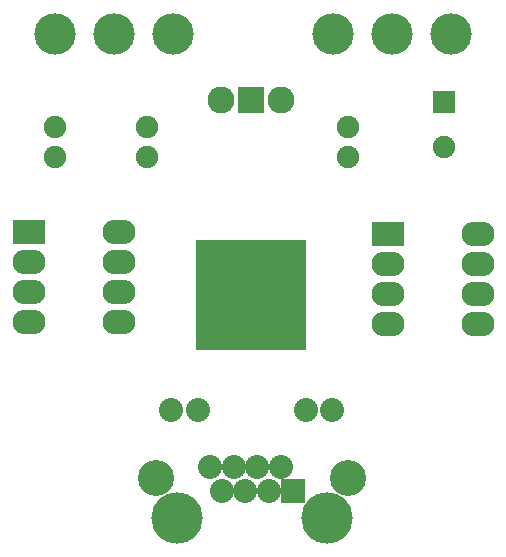
<source format=gbs>
G04 (created by PCBNEW (2013-07-07 BZR 4022)-stable) date 2014-10-22 23:03:19*
%MOIN*%
G04 Gerber Fmt 3.4, Leading zero omitted, Abs format*
%FSLAX34Y34*%
G01*
G70*
G90*
G04 APERTURE LIST*
%ADD10C,0.00393701*%
%ADD11C,0.13811*%
%ADD12C,0.075*%
%ADD13R,0.11X0.082*%
%ADD14O,0.11X0.082*%
%ADD15R,0.37X0.37*%
%ADD16C,0.09*%
%ADD17R,0.09X0.09*%
%ADD18C,0.1716*%
%ADD19C,0.08*%
%ADD20C,0.12*%
%ADD21R,0.08X0.08*%
%ADD22R,0.075X0.075*%
G04 APERTURE END LIST*
G54D10*
G54D11*
X52362Y-49133D03*
X56299Y-49133D03*
X54330Y-49133D03*
X61653Y-49133D03*
X65590Y-49133D03*
X63622Y-49133D03*
G54D12*
X52362Y-52255D03*
X52362Y-53255D03*
X62125Y-53255D03*
X62125Y-52255D03*
G54D13*
X63460Y-55822D03*
G54D14*
X63460Y-56822D03*
X63460Y-57822D03*
X63460Y-58822D03*
X66460Y-58822D03*
X66460Y-57822D03*
X66460Y-56822D03*
X66460Y-55822D03*
G54D13*
X51492Y-55744D03*
G54D14*
X51492Y-56744D03*
X51492Y-57744D03*
X51492Y-58744D03*
X54492Y-58744D03*
X54492Y-57744D03*
X54492Y-56744D03*
X54492Y-55744D03*
G54D15*
X58917Y-57839D03*
G54D16*
X59917Y-51339D03*
G54D17*
X58917Y-51339D03*
G54D16*
X57917Y-51339D03*
G54D18*
X61437Y-65276D03*
X56437Y-65276D03*
G54D19*
X57540Y-63583D03*
X57934Y-64370D03*
X58327Y-63583D03*
X58721Y-64370D03*
X59115Y-63583D03*
X59508Y-64370D03*
X59902Y-63583D03*
G54D20*
X62126Y-63937D03*
X55729Y-63937D03*
G54D19*
X57146Y-61693D03*
X60729Y-61693D03*
X56241Y-61693D03*
X61615Y-61683D03*
G54D21*
X60296Y-64370D03*
G54D22*
X65354Y-51415D03*
G54D12*
X65354Y-52915D03*
X55433Y-53255D03*
X55433Y-52255D03*
M02*

</source>
